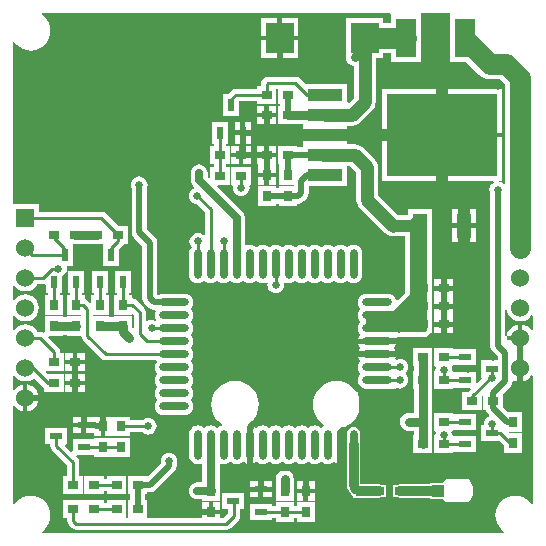
<source format=gtl>
%FSLAX25Y25*%
%MOIN*%
G70*
G01*
G75*
G04 Layer_Physical_Order=1*
G04 Layer_Color=255*
%ADD10C,0.02000*%
%ADD11C,0.03200*%
%ADD12C,0.03200*%
%ADD13R,0.03000X0.03500*%
%ADD14R,0.03500X0.03000*%
%ADD15R,0.02362X0.04299*%
%ADD16O,0.02756X0.09843*%
%ADD17O,0.09843X0.02756*%
%ADD18R,0.08661X0.04134*%
%ADD19R,0.04331X0.03937*%
%ADD20R,0.04299X0.02362*%
%ADD21R,0.04921X0.07874*%
%ADD22R,0.07087X0.12992*%
%ADD23R,0.11811X0.04213*%
%ADD24R,0.37008X0.27559*%
%ADD25R,0.09449X0.10236*%
%ADD26C,0.01000*%
%ADD27C,0.03000*%
%ADD28C,0.02500*%
%ADD29C,0.04000*%
%ADD30C,0.07000*%
%ADD31C,0.04200*%
%ADD32C,0.02800*%
%ADD33C,0.06000*%
%ADD34R,0.06000X0.06000*%
%ADD35C,0.02500*%
G36*
X166616Y75825D02*
X167069Y74731D01*
X167791Y73791D01*
X168731Y73069D01*
X169825Y72616D01*
X171000Y72461D01*
X172175Y72616D01*
X173269Y73069D01*
X174209Y73791D01*
X174755Y74501D01*
X175228Y74340D01*
Y69660D01*
X174755Y69499D01*
X174209Y70209D01*
X173269Y70931D01*
X172175Y71384D01*
X171750Y71440D01*
Y66999D01*
X171001D01*
Y66250D01*
X166560D01*
X166461Y67000D01*
X166548Y67659D01*
X166049Y67691D01*
Y76309D01*
X166548Y76341D01*
X166616Y75825D01*
D02*
G37*
G36*
X147457Y174996D02*
X147457D01*
Y159004D01*
X152864D01*
X157276Y154592D01*
X158320Y153791D01*
X159537Y153287D01*
X160842Y153115D01*
X164253D01*
X165957Y151411D01*
Y118493D01*
X165483Y118332D01*
X165461Y118361D01*
X164887Y118802D01*
X164218Y119079D01*
X163500Y119174D01*
X163622Y119295D01*
X164892D01*
Y133825D01*
X145638D01*
Y119295D01*
X162022D01*
X162120Y118805D01*
X162113Y118802D01*
X161539Y118361D01*
X161098Y117787D01*
X160821Y117118D01*
X160726Y116400D01*
X160821Y115682D01*
X160951Y115368D01*
Y64400D01*
X161145Y63424D01*
X161698Y62598D01*
X163451Y60844D01*
Y59441D01*
X157937D01*
Y54079D01*
X158042D01*
X158233Y53617D01*
X156612Y51995D01*
X156150Y52187D01*
Y55701D01*
X148850D01*
X148750Y55801D01*
Y56000D01*
X148449D01*
X148274Y56200D01*
X148179Y56918D01*
X148110Y57084D01*
X148388Y57500D01*
X148750D01*
Y57819D01*
X148850D01*
Y57819D01*
X156150D01*
Y63181D01*
X148850D01*
X148750Y63282D01*
Y63500D01*
X142250D01*
Y57500D01*
X142612D01*
X142890Y57084D01*
X142821Y56918D01*
X142726Y56200D01*
X142551Y56000D01*
X142250D01*
Y50000D01*
X148750D01*
Y50339D01*
X148850D01*
Y50339D01*
X154302D01*
X154493Y49877D01*
X153616Y49000D01*
X151750D01*
Y43000D01*
X158250D01*
Y47470D01*
X158666Y47748D01*
X158750Y47713D01*
Y43000D01*
X159570D01*
X159645Y42625D01*
X160198Y41798D01*
X160683Y41312D01*
X160585Y40822D01*
X160200Y40662D01*
X159625Y40221D01*
X159185Y39647D01*
X158907Y38978D01*
X158813Y38260D01*
X158533Y37941D01*
X157937D01*
Y32579D01*
X164037D01*
X165500Y31116D01*
Y28750D01*
X171500D01*
Y35250D01*
X167530D01*
X167252Y35666D01*
X167287Y35750D01*
X171500D01*
Y42250D01*
X166955D01*
X165250Y43955D01*
Y48345D01*
X167802Y50898D01*
X168355Y51724D01*
X168549Y52700D01*
X169622Y52700D01*
X169825Y52616D01*
X170250Y52560D01*
Y57001D01*
X171750D01*
Y52560D01*
X172175Y52616D01*
X173269Y53069D01*
X174209Y53791D01*
X174755Y54501D01*
X175228Y54340D01*
Y11636D01*
X174743Y11515D01*
X174742Y11516D01*
X173927Y12510D01*
X172934Y13325D01*
X171800Y13931D01*
X170570Y14304D01*
X169291Y14430D01*
X168012Y14304D01*
X166782Y13931D01*
X165649Y13325D01*
X164655Y12510D01*
X163840Y11516D01*
X163234Y10383D01*
X162861Y9153D01*
X162735Y7874D01*
X162861Y6595D01*
X163234Y5365D01*
X163840Y4232D01*
X164655Y3238D01*
X165649Y2423D01*
X165650Y2422D01*
X165529Y1937D01*
X11637D01*
X11515Y2422D01*
X11516Y2423D01*
X12510Y3238D01*
X13325Y4232D01*
X13931Y5365D01*
X14304Y6595D01*
X14430Y7874D01*
X14304Y9153D01*
X13931Y10383D01*
X13325Y11516D01*
X12510Y12510D01*
X11516Y13325D01*
X10383Y13931D01*
X9153Y14304D01*
X7874Y14430D01*
X6595Y14304D01*
X5365Y13931D01*
X4232Y13325D01*
X3238Y12510D01*
X2423Y11516D01*
X2422Y11515D01*
X1937Y11637D01*
Y44125D01*
X2411Y44286D01*
X2791Y43791D01*
X3731Y43069D01*
X4825Y42616D01*
X5250Y42560D01*
Y46999D01*
Y51440D01*
X4825Y51384D01*
X3731Y50931D01*
X2791Y50209D01*
X2411Y49714D01*
X1937Y49875D01*
Y54125D01*
X2411Y54286D01*
X2791Y53791D01*
X3731Y53069D01*
X4825Y52616D01*
X6000Y52461D01*
X7175Y52616D01*
X8269Y53069D01*
X8992Y53624D01*
X12058Y50558D01*
X12350Y50363D01*
Y49000D01*
X18850D01*
Y55000D01*
X13384D01*
X12846Y55538D01*
X13037Y56000D01*
X18850D01*
Y62000D01*
X17639D01*
Y62400D01*
X17484Y63180D01*
X17042Y63842D01*
X13596Y67288D01*
X13787Y67750D01*
X18500D01*
Y67974D01*
X20000D01*
Y67750D01*
X24638D01*
Y67618D01*
X24793Y66838D01*
X25235Y66176D01*
X31353Y60058D01*
X32015Y59616D01*
X32795Y59461D01*
X49664D01*
X49885Y59012D01*
X49585Y58621D01*
X49295Y57920D01*
X49196Y57169D01*
X49295Y56418D01*
X49585Y55718D01*
X50046Y55117D01*
Y54891D01*
X49585Y54290D01*
X49295Y53590D01*
X49196Y52839D01*
X49295Y52087D01*
X49585Y51387D01*
X50046Y50786D01*
Y50560D01*
X49585Y49959D01*
X49295Y49259D01*
X49196Y48508D01*
X49295Y47756D01*
X49585Y47056D01*
X50046Y46455D01*
Y46230D01*
X49585Y45628D01*
X49295Y44928D01*
X49196Y44177D01*
X49295Y43426D01*
X49585Y42726D01*
X50046Y42124D01*
X50647Y41663D01*
X51347Y41373D01*
X52099Y41274D01*
X59185D01*
X59936Y41373D01*
X60637Y41663D01*
X61238Y42124D01*
X61699Y42726D01*
X61989Y43426D01*
X62088Y44177D01*
X61989Y44928D01*
X61699Y45628D01*
X61238Y46230D01*
Y46455D01*
X61699Y47056D01*
X61989Y47756D01*
X62088Y48508D01*
X61989Y49259D01*
X61699Y49959D01*
X61238Y50560D01*
Y50786D01*
X61699Y51387D01*
X61989Y52087D01*
X62088Y52839D01*
X61989Y53590D01*
X61699Y54290D01*
X61238Y54891D01*
Y55117D01*
X61699Y55718D01*
X61989Y56418D01*
X62088Y57169D01*
X61989Y57920D01*
X61699Y58621D01*
X61238Y59222D01*
X61196Y59254D01*
Y59447D01*
X61657Y60049D01*
X61947Y60749D01*
X62046Y61500D01*
X61947Y62251D01*
X61657Y62951D01*
X61196Y63553D01*
Y63746D01*
X61238Y63778D01*
X61699Y64379D01*
X61989Y65079D01*
X62088Y65831D01*
X61989Y66582D01*
X61699Y67282D01*
X61238Y67883D01*
Y68109D01*
X61699Y68710D01*
X61989Y69410D01*
X62088Y70161D01*
X61989Y70913D01*
X61699Y71613D01*
X61238Y72214D01*
Y72439D01*
X61699Y73041D01*
X61989Y73741D01*
X62088Y74492D01*
X61989Y75243D01*
X61699Y75943D01*
X61238Y76545D01*
Y76770D01*
X61699Y77371D01*
X61989Y78071D01*
X62088Y78823D01*
X61989Y79574D01*
X61699Y80274D01*
X61238Y80875D01*
X60637Y81337D01*
X59936Y81627D01*
X59185Y81726D01*
X52099D01*
X51347Y81627D01*
X50732Y81372D01*
X50079D01*
X50049Y81402D01*
Y98700D01*
X49855Y99676D01*
X49302Y100502D01*
X49302Y100502D01*
X49302D01*
X49302Y100502D01*
Y100502D01*
X46549Y103256D01*
Y116968D01*
X46679Y117282D01*
X46774Y118000D01*
X46679Y118718D01*
X46402Y119387D01*
X45961Y119961D01*
X45387Y120402D01*
X44718Y120679D01*
X44000Y120774D01*
X43282Y120679D01*
X42613Y120402D01*
X42039Y119961D01*
X41598Y119387D01*
X41321Y118718D01*
X41226Y118000D01*
X41321Y117282D01*
X41451Y116968D01*
Y102200D01*
X41451Y102200D01*
X41451D01*
X41645Y101225D01*
X42198Y100398D01*
X44951Y97644D01*
Y80346D01*
X44951Y80346D01*
X44951D01*
X45145Y79371D01*
X45698Y78544D01*
X47221Y77020D01*
X48048Y76468D01*
X49024Y76274D01*
X49272D01*
X49549Y75858D01*
X49295Y75243D01*
X49196Y74492D01*
X49295Y73741D01*
X49585Y73041D01*
X49161Y72716D01*
X48860Y72841D01*
X48142Y72935D01*
X47424Y72841D01*
X46755Y72563D01*
X46665Y72494D01*
X46216Y72716D01*
Y75618D01*
X46061Y76398D01*
X45619Y77060D01*
X43137Y79542D01*
X42476Y79984D01*
X41695Y80139D01*
X41500D01*
Y81250D01*
X40539D01*
Y81850D01*
X41161D01*
Y89150D01*
X35799D01*
Y81850D01*
X36461D01*
Y81250D01*
X35500D01*
Y74750D01*
X41500D01*
Y74758D01*
X41722Y74850D01*
X42138Y74572D01*
Y70294D01*
X41942Y70213D01*
X41526Y70491D01*
Y71000D01*
X41500Y71197D01*
Y74250D01*
X35500D01*
Y74026D01*
X34000D01*
Y74250D01*
X28716D01*
Y74750D01*
X34000D01*
Y81250D01*
X33039D01*
Y81850D01*
X33681D01*
Y89150D01*
X28319D01*
Y81850D01*
X28961D01*
Y81250D01*
X28000D01*
Y78832D01*
X27538Y78641D01*
X26657Y79522D01*
X26000Y79961D01*
Y81250D01*
X25039D01*
Y81850D01*
X25661D01*
Y89150D01*
X20299D01*
Y81850D01*
X20961D01*
Y81250D01*
X20000D01*
Y74750D01*
X24638D01*
Y74250D01*
X20000D01*
Y74026D01*
X18500D01*
Y74250D01*
X12500D01*
Y71197D01*
X12474Y71000D01*
X12500Y70803D01*
Y68933D01*
X12059Y68698D01*
X11780Y68884D01*
X11000Y69039D01*
X10026D01*
X9931Y69269D01*
X9209Y70209D01*
X8269Y70931D01*
X7175Y71384D01*
X6000Y71539D01*
X4825Y71384D01*
X3731Y70931D01*
X2791Y70209D01*
X2411Y69714D01*
X1937Y69875D01*
Y74125D01*
X2411Y74286D01*
X2791Y73791D01*
X3731Y73069D01*
X4825Y72616D01*
X6000Y72461D01*
X7175Y72616D01*
X8269Y73069D01*
X9209Y73791D01*
X9931Y74731D01*
X10384Y75825D01*
X10539Y77000D01*
X10384Y78175D01*
X9931Y79269D01*
X9209Y80209D01*
X8269Y80931D01*
X7175Y81384D01*
X6000Y81539D01*
X4825Y81384D01*
X3731Y80931D01*
X2791Y80209D01*
X2411Y79714D01*
X1937Y79875D01*
Y84125D01*
X2411Y84286D01*
X2791Y83791D01*
X3731Y83069D01*
X4825Y82616D01*
X6000Y82461D01*
X7175Y82616D01*
X8269Y83069D01*
X9209Y83791D01*
X9931Y84731D01*
X10026Y84961D01*
X12000D01*
X12432Y85047D01*
X12819Y84730D01*
Y81850D01*
X13461D01*
Y81250D01*
X12500D01*
Y74750D01*
X18500D01*
Y81250D01*
X17539D01*
Y81850D01*
X18181D01*
Y87571D01*
X18487Y87698D01*
X19061Y88139D01*
X19502Y88713D01*
X19779Y89382D01*
X19874Y90100D01*
X19779Y90818D01*
X19859Y90937D01*
X21921D01*
Y98236D01*
X22085Y98400D01*
X22303D01*
X22500Y98374D01*
X30000D01*
X30197Y98400D01*
X32059D01*
Y98236D01*
X32059D01*
Y90937D01*
X37421D01*
Y96737D01*
X38442Y97758D01*
X38871Y98400D01*
X40250D01*
Y104400D01*
X36884D01*
X32842Y108442D01*
X32180Y108884D01*
X31400Y109039D01*
X10500D01*
Y111500D01*
X1937D01*
Y165529D01*
X2422Y165650D01*
X2423Y165649D01*
X3238Y164655D01*
X4232Y163840D01*
X5365Y163234D01*
X6595Y162861D01*
X7874Y162735D01*
X9153Y162861D01*
X10383Y163234D01*
X11516Y163840D01*
X12510Y164655D01*
X13325Y165649D01*
X13931Y166782D01*
X14304Y168012D01*
X14430Y169291D01*
X14304Y170570D01*
X13931Y171800D01*
X13325Y172934D01*
X12510Y173927D01*
X11516Y174742D01*
X11515Y174743D01*
X11637Y175228D01*
X127418D01*
X127772Y174874D01*
Y172043D01*
X125398D01*
Y173618D01*
X112949D01*
Y160382D01*
X112990D01*
X113077Y159717D01*
X113380Y158987D01*
X113860Y158360D01*
X114487Y157879D01*
X115217Y157577D01*
X115542Y157534D01*
Y146984D01*
X113867Y145309D01*
X113406Y145501D01*
Y151606D01*
X99278D01*
X97442Y153442D01*
X96780Y153884D01*
X96000Y154039D01*
X87000D01*
X87000Y154039D01*
X86220Y153884D01*
X85558Y153442D01*
X85058Y152942D01*
X84616Y152280D01*
X84461Y151500D01*
Y151000D01*
X83250D01*
Y150026D01*
X76177D01*
X75397Y149871D01*
X75132Y149694D01*
X74735Y149428D01*
X74735Y149428D01*
X73443Y148136D01*
X72059D01*
Y140837D01*
X77421D01*
Y145947D01*
X83250D01*
Y145000D01*
X89750D01*
Y149961D01*
X90250D01*
Y145000D01*
X90951D01*
Y144307D01*
X90250D01*
Y138307D01*
X93303D01*
X93500Y138281D01*
X98594D01*
Y137701D01*
Y135364D01*
X113406D01*
Y137676D01*
X115000D01*
X115940Y137800D01*
X116815Y138162D01*
X117568Y138740D01*
X121741Y142913D01*
X121741Y142913D01*
X122318Y143665D01*
X122468Y144027D01*
X122680Y144540D01*
X122804Y145480D01*
X122804Y145480D01*
Y160382D01*
X125398D01*
Y161957D01*
X127772D01*
Y159004D01*
X137858D01*
Y174874D01*
X137858Y174874D01*
X137858Y174996D01*
X138090Y175228D01*
X147457D01*
Y174996D01*
D02*
G37*
%LPC*%
G36*
X10440Y46250D02*
X6750D01*
Y42560D01*
X7175Y42616D01*
X8269Y43069D01*
X9209Y43791D01*
X9931Y44731D01*
X10384Y45825D01*
X10440Y46250D01*
D02*
G37*
G36*
X6750Y51440D02*
Y47750D01*
X10440D01*
X10384Y48175D01*
X9931Y49269D01*
X9209Y50209D01*
X8269Y50931D01*
X7175Y51384D01*
X6750Y51440D01*
D02*
G37*
G36*
X25850Y51250D02*
X23350D01*
Y49000D01*
X25850D01*
Y51250D01*
D02*
G37*
G36*
X21850D02*
X19350D01*
Y49000D01*
X21850D01*
Y51250D01*
D02*
G37*
G36*
X24750Y40661D02*
X21850D01*
Y38730D01*
X24750D01*
Y40661D01*
D02*
G37*
G36*
Y37230D02*
X21850D01*
Y35299D01*
X24750D01*
Y37230D01*
D02*
G37*
G36*
X41000Y40750D02*
X32750D01*
Y37499D01*
Y34250D01*
X41000D01*
Y35461D01*
X45140D01*
X45613Y35098D01*
X46282Y34821D01*
X47000Y34726D01*
X47718Y34821D01*
X48387Y35098D01*
X48961Y35539D01*
X49402Y36113D01*
X49679Y36782D01*
X49774Y37500D01*
X49679Y38218D01*
X49402Y38887D01*
X48961Y39461D01*
X48387Y39902D01*
X47718Y40179D01*
X47000Y40274D01*
X46282Y40179D01*
X45613Y39902D01*
X45140Y39539D01*
X41000D01*
Y40750D01*
D02*
G37*
G36*
X109780Y52658D02*
X108241Y52506D01*
X106761Y52057D01*
X105398Y51329D01*
X104202Y50348D01*
X103221Y49152D01*
X102492Y47789D01*
X102044Y46309D01*
X101892Y44770D01*
X102044Y43231D01*
X102492Y41751D01*
X103221Y40388D01*
X104202Y39192D01*
X105398Y38211D01*
X105685Y38058D01*
X105660Y37559D01*
X105371Y37439D01*
X104770Y36978D01*
X104545D01*
X103944Y37439D01*
X103244Y37729D01*
X102492Y37828D01*
X101741Y37729D01*
X101041Y37439D01*
X100440Y36978D01*
X100214D01*
X99613Y37439D01*
X98913Y37729D01*
X98161Y37828D01*
X97410Y37729D01*
X96710Y37439D01*
X96109Y36978D01*
X95883D01*
X95282Y37439D01*
X94582Y37729D01*
X93831Y37828D01*
X93079Y37729D01*
X92379Y37439D01*
X91778Y36978D01*
X91553D01*
X90951Y37439D01*
X90251Y37729D01*
X89500Y37828D01*
X88749Y37729D01*
X88049Y37439D01*
X87447Y36978D01*
X87222D01*
X86621Y37439D01*
X85921Y37729D01*
X85169Y37828D01*
X84418Y37729D01*
X83718Y37439D01*
X83117Y36978D01*
X82891D01*
X82290Y37439D01*
X81590Y37729D01*
X81589Y37729D01*
Y31381D01*
Y25034D01*
X81590Y25035D01*
X82290Y25325D01*
X82891Y25786D01*
X83117D01*
X83718Y25325D01*
X84418Y25035D01*
X85169Y24936D01*
X85921Y25035D01*
X86621Y25325D01*
X87222Y25786D01*
X87447D01*
X88049Y25325D01*
X88749Y25035D01*
X89500Y24936D01*
X90251Y25035D01*
X90951Y25325D01*
X91553Y25786D01*
X91778D01*
X92379Y25325D01*
X93079Y25035D01*
X93831Y24936D01*
X94582Y25035D01*
X95282Y25325D01*
X95883Y25786D01*
X96109D01*
X96710Y25325D01*
X97410Y25035D01*
X98161Y24936D01*
X98913Y25035D01*
X99613Y25325D01*
X100214Y25786D01*
X100440D01*
X101041Y25325D01*
X101741Y25035D01*
X102492Y24936D01*
X103244Y25035D01*
X103944Y25325D01*
X104545Y25786D01*
X104770D01*
X105371Y25325D01*
X106071Y25035D01*
X106823Y24936D01*
X107574Y25035D01*
X108274Y25325D01*
X108875Y25786D01*
X109101D01*
X109702Y25325D01*
X109800Y25284D01*
Y29800D01*
Y35800D01*
X111300Y37300D01*
X112786D01*
X112768Y37314D01*
X112799Y37483D01*
X114162Y38211D01*
X116339Y40388D01*
X117068Y41751D01*
X117187Y42144D01*
X117301Y42165D01*
Y47758D01*
X117077D01*
X117068Y47789D01*
X116987Y47940D01*
X116912Y48508D01*
X116973Y48974D01*
X116482Y48885D01*
X116339Y49152D01*
X115358Y50348D01*
X114162Y51329D01*
X112799Y52057D01*
X111319Y52506D01*
X109780Y52658D01*
D02*
G37*
G36*
X75920D02*
X74381Y52506D01*
X72901Y52057D01*
X71538Y51329D01*
X70342Y50348D01*
X69361Y49152D01*
X68633Y47789D01*
X68184Y46309D01*
X68032Y44770D01*
X68184Y43231D01*
X68633Y41751D01*
X69361Y40388D01*
X70342Y39192D01*
X71538Y38211D01*
D01*
X71538Y38211D01*
D01*
X71438Y37731D01*
X71426Y37729D01*
X70726Y37439D01*
X70125Y36978D01*
X69899D01*
X69298Y37439D01*
X68598Y37729D01*
X67846Y37828D01*
X67095Y37729D01*
X66395Y37439D01*
X65794Y36978D01*
X65568D01*
X64967Y37439D01*
X64267Y37729D01*
X63516Y37828D01*
X62765Y37729D01*
X62064Y37439D01*
X61463Y36978D01*
X61002Y36377D01*
X60712Y35676D01*
X60613Y34925D01*
Y27839D01*
X60712Y27087D01*
X61002Y26387D01*
X61463Y25786D01*
X62064Y25325D01*
X62765Y25035D01*
X63516Y24936D01*
X64267Y25035D01*
X64506Y25133D01*
X64921Y24856D01*
Y18774D01*
X63346D01*
X62629Y18679D01*
X61960Y18402D01*
X61385Y17961D01*
X60944Y17387D01*
X60667Y16718D01*
X60573Y16000D01*
X60667Y15282D01*
X60944Y14613D01*
X61385Y14039D01*
X61960Y13598D01*
X62629Y13321D01*
X63346Y13226D01*
X65000D01*
Y12750D01*
X71000D01*
Y15803D01*
X71026Y16000D01*
X71000Y16197D01*
Y19250D01*
X70771D01*
Y24856D01*
X71187Y25133D01*
X71426Y25035D01*
X72177Y24936D01*
X72929Y25035D01*
X73629Y25325D01*
X74230Y25786D01*
X74455D01*
X75056Y25325D01*
X75757Y25035D01*
X76508Y24936D01*
X77259Y25035D01*
X77959Y25325D01*
X78560Y25786D01*
X78786D01*
X79387Y25325D01*
X80087Y25035D01*
X80089Y25034D01*
Y31381D01*
Y37729D01*
X80546Y37790D01*
X80347Y38248D01*
X81498Y39192D01*
X82479Y40388D01*
X83207Y41751D01*
X83656Y43231D01*
X83808Y44770D01*
X83656Y46309D01*
X83207Y47789D01*
X82479Y49152D01*
X81498Y50348D01*
X80302Y51329D01*
X78939Y52057D01*
X77459Y52506D01*
X75920Y52658D01*
D02*
G37*
G36*
X25850Y62000D02*
X23350D01*
Y59750D01*
X25850D01*
Y62000D01*
D02*
G37*
G36*
X21850D02*
X19350D01*
Y59750D01*
X21850D01*
Y62000D01*
D02*
G37*
G36*
X170250Y71440D02*
X169825Y71384D01*
X168731Y70931D01*
X167791Y70209D01*
X167069Y69269D01*
X166616Y68175D01*
X166560Y67750D01*
X170250D01*
Y71440D01*
D02*
G37*
G36*
X129706Y65081D02*
X117011D01*
X117011Y65079D01*
X117301Y64379D01*
X117762Y63778D01*
Y63553D01*
X117301Y62951D01*
X117011Y62251D01*
X117011Y62250D01*
X129706D01*
X129705Y62251D01*
X129415Y62951D01*
X128954Y63553D01*
Y63778D01*
X129415Y64379D01*
X129705Y65079D01*
X129706Y65081D01*
D02*
G37*
G36*
X25850Y58250D02*
X23350D01*
Y56000D01*
X25850D01*
Y58250D01*
D02*
G37*
G36*
X21850Y55000D02*
X19350D01*
Y52750D01*
X21850D01*
Y55000D01*
D02*
G37*
G36*
X129706Y60750D02*
X117011D01*
X117011Y60749D01*
X117301Y60049D01*
X117762Y59447D01*
Y59222D01*
X117301Y58621D01*
X117011Y57920D01*
X116912Y57169D01*
X117011Y56418D01*
X117301Y55718D01*
X117762Y55117D01*
Y54891D01*
X117301Y54290D01*
X117011Y53590D01*
X116912Y52839D01*
X117011Y52087D01*
X117301Y51387D01*
X117762Y50786D01*
Y50560D01*
X117301Y49959D01*
X117011Y49259D01*
X117011Y49258D01*
X117301D01*
Y49876D01*
X117360Y49900D01*
X117360D01*
Y49900D01*
X129440D01*
X129415Y49959D01*
X129415Y49959D01*
X129839Y50284D01*
X130140Y50159D01*
X130858Y50065D01*
X131576Y50159D01*
X132245Y50437D01*
X132819Y50877D01*
X133260Y51452D01*
X133537Y52121D01*
X133632Y52839D01*
X133537Y53557D01*
X133260Y54225D01*
X132819Y54800D01*
Y55208D01*
X133260Y55782D01*
X133537Y56451D01*
X133632Y57169D01*
X133537Y57887D01*
X133260Y58556D01*
X132819Y59131D01*
X132245Y59571D01*
X131576Y59848D01*
X130858Y59943D01*
X130140Y59848D01*
X129839Y59724D01*
X129415Y60049D01*
X129705Y60749D01*
X129706Y60750D01*
D02*
G37*
G36*
X21850Y58250D02*
X19350D01*
Y56000D01*
X21850D01*
Y58250D01*
D02*
G37*
G36*
X25850Y55000D02*
X23350D01*
Y52750D01*
X25850D01*
Y55000D01*
D02*
G37*
G36*
X31250Y40750D02*
X29000D01*
Y40661D01*
X26250D01*
Y37979D01*
Y35299D01*
X29000D01*
Y34250D01*
X31250D01*
Y37499D01*
Y40750D01*
D02*
G37*
G36*
X115484Y37425D02*
X114626Y37254D01*
X113898Y36768D01*
X113412Y36040D01*
X113241Y35182D01*
Y27582D01*
X113241Y27582D01*
Y18016D01*
X113261Y17916D01*
X113393Y16915D01*
X113818Y15890D01*
X114493Y15009D01*
X115374Y14333D01*
X115400Y14323D01*
Y13650D01*
X119600D01*
Y13757D01*
X124000D01*
X124719Y13900D01*
X126350D01*
Y18100D01*
X124719D01*
X124000Y18243D01*
X119600D01*
Y18350D01*
X117727D01*
Y31382D01*
X117727Y31382D01*
Y35182D01*
X117557Y36040D01*
X117070Y36768D01*
X116343Y37254D01*
X115484Y37425D01*
D02*
G37*
G36*
X102500Y15250D02*
X100250D01*
Y12750D01*
X102500D01*
Y15250D01*
D02*
G37*
G36*
X88150Y15730D02*
X85250D01*
Y13799D01*
X88150D01*
Y15730D01*
D02*
G37*
G36*
X83750D02*
X80850D01*
Y13799D01*
X83750D01*
Y15730D01*
D02*
G37*
G36*
X98750Y15250D02*
X96500D01*
Y12750D01*
X98750D01*
Y15250D01*
D02*
G37*
G36*
X71000Y12250D02*
X68750D01*
Y9750D01*
X71000D01*
Y12250D01*
D02*
G37*
G36*
X67250D02*
X65000D01*
Y9750D01*
X67250D01*
Y12250D01*
D02*
G37*
G36*
X92500Y23026D02*
X91717Y22923D01*
X90987Y22621D01*
X90360Y22140D01*
X89880Y21513D01*
X89577Y20783D01*
X89474Y20000D01*
Y16000D01*
X89500Y15803D01*
Y12750D01*
X95500D01*
Y15803D01*
X95526Y16000D01*
Y20000D01*
X95423Y20783D01*
X95121Y21513D01*
X94640Y22140D01*
X94013Y22621D01*
X93283Y22923D01*
X92500Y23026D01*
D02*
G37*
G36*
X102500Y12250D02*
X96500D01*
Y11039D01*
X95500D01*
Y12250D01*
X89500D01*
Y11039D01*
X88150D01*
Y11681D01*
X80850D01*
Y6319D01*
X88150D01*
Y6961D01*
X89500D01*
Y5750D01*
X95500D01*
Y6961D01*
X96500D01*
Y5750D01*
X102500D01*
Y12250D01*
D02*
G37*
G36*
X98750Y19250D02*
X96500D01*
Y16750D01*
X98750D01*
Y19250D01*
D02*
G37*
G36*
X20063Y36921D02*
X12764D01*
Y31559D01*
X14374D01*
Y31087D01*
X14374Y31087D01*
X14374D01*
X14529Y30306D01*
X14972Y29645D01*
X19961Y24655D01*
Y21000D01*
X18750D01*
Y15000D01*
X25250D01*
Y21000D01*
X24039D01*
Y25500D01*
X23884Y26280D01*
X23442Y26942D01*
X23027Y27357D01*
X23218Y27819D01*
X29000D01*
Y27250D01*
X41000D01*
Y33750D01*
X29000D01*
Y33181D01*
X21850D01*
Y29187D01*
X21388Y28995D01*
X19287Y31097D01*
X19478Y31559D01*
X20063D01*
Y36921D01*
D02*
G37*
G36*
X53900Y28674D02*
X53182Y28579D01*
X52513Y28302D01*
X51939Y27861D01*
X51498Y27287D01*
X51221Y26618D01*
X51126Y25900D01*
X51204Y25309D01*
X46853Y20957D01*
X46750Y21000D01*
Y21000D01*
X46750Y21000D01*
X40250D01*
Y15000D01*
X40951D01*
Y13000D01*
X40250D01*
Y7039D01*
X39750D01*
Y13000D01*
X33250D01*
Y12039D01*
X32250D01*
Y13000D01*
X25750D01*
Y7039D01*
X25250D01*
Y13000D01*
X18750D01*
Y7000D01*
X19961D01*
Y6000D01*
X19961Y6000D01*
X19961D01*
X20116Y5220D01*
X20558Y4558D01*
X21558Y3558D01*
X22220Y3116D01*
X23000Y2961D01*
X73000D01*
X73780Y3116D01*
X74442Y3558D01*
X77155Y6272D01*
X77597Y6933D01*
X77753Y7713D01*
D01*
D01*
D01*
D01*
D01*
X77753D01*
D01*
D01*
D01*
D01*
Y7713D01*
X77753D01*
D01*
Y7713D01*
D01*
D01*
D01*
D01*
D01*
D01*
D01*
D01*
D01*
D01*
D01*
D01*
Y7713D01*
D01*
X77753D01*
D01*
D01*
D01*
D01*
X77753Y7713D01*
Y10059D01*
X79063D01*
Y15421D01*
X71764D01*
Y10059D01*
X73674D01*
Y8558D01*
X72155Y7039D01*
X71000D01*
Y8250D01*
X65000D01*
Y7039D01*
X46750D01*
Y13000D01*
X46049D01*
Y15000D01*
X46750D01*
Y15451D01*
X47500D01*
X48476Y15645D01*
X49302Y16198D01*
Y16198D01*
X49302D01*
D01*
D01*
D01*
D01*
D01*
D01*
X49302D01*
D01*
X49302D01*
Y16198D01*
D01*
D01*
D01*
D01*
Y16198D01*
D01*
D01*
D01*
D01*
D01*
D01*
Y16198D01*
D01*
D01*
X49302D01*
D01*
D01*
D01*
X55702Y22598D01*
X56255Y23425D01*
X56449Y24400D01*
D01*
D01*
D01*
D01*
D01*
D01*
X56449D01*
D01*
D01*
D01*
Y24400D01*
X56449Y24400D01*
D01*
D01*
D01*
D01*
D01*
D01*
D01*
D01*
D01*
D01*
D01*
Y24446D01*
X56449Y24868D01*
X56579Y25182D01*
X56674Y25900D01*
X56579Y26618D01*
X56302Y27287D01*
X55861Y27861D01*
X55287Y28302D01*
X54618Y28579D01*
X53900Y28674D01*
D02*
G37*
G36*
X148750Y42000D02*
X142250D01*
Y36000D01*
X142630D01*
X142907Y35584D01*
X142821Y35375D01*
X142726Y34657D01*
X142588Y34500D01*
X142250D01*
Y28500D01*
X148750D01*
Y28839D01*
X148850D01*
Y28839D01*
X156150D01*
Y34201D01*
X148850D01*
D01*
X148850D01*
X148750Y34301D01*
Y34500D01*
X148412D01*
X148274Y34657D01*
X148179Y35375D01*
X148093Y35584D01*
X148370Y36000D01*
X148750D01*
Y36319D01*
X148850D01*
Y36319D01*
X156150D01*
Y41681D01*
X148850D01*
D01*
X148850D01*
X148750Y41782D01*
Y42000D01*
D02*
G37*
G36*
X138500Y63526D02*
X138303Y63500D01*
X135250D01*
Y57500D01*
X135474D01*
Y56000D01*
X135250D01*
Y50000D01*
X135474D01*
Y42026D01*
X134000D01*
X133217Y41923D01*
X132487Y41620D01*
X131860Y41140D01*
X131379Y40513D01*
X131077Y39783D01*
X130974Y39000D01*
X131077Y38217D01*
X131379Y37487D01*
X131860Y36860D01*
X132487Y36380D01*
X133217Y36077D01*
X134000Y35974D01*
X135474D01*
Y34500D01*
X135250D01*
Y28500D01*
X138303D01*
X138500Y28474D01*
X138697Y28500D01*
X141750D01*
Y34500D01*
X141526D01*
Y36000D01*
X141750D01*
Y42000D01*
X141526D01*
Y50000D01*
X141750D01*
Y56000D01*
X141526D01*
Y57500D01*
X141750D01*
Y63500D01*
X138697D01*
X138500Y63526D01*
D02*
G37*
G36*
X39750Y21000D02*
X33250D01*
Y20039D01*
X32250D01*
Y21000D01*
X25750D01*
Y15000D01*
X32250D01*
Y15961D01*
X33250D01*
Y15000D01*
X39750D01*
Y21000D01*
D02*
G37*
G36*
X83750Y19161D02*
X80850D01*
Y17230D01*
X83750D01*
Y19161D01*
D02*
G37*
G36*
X102500Y19250D02*
X100250D01*
Y16750D01*
X102500D01*
Y19250D01*
D02*
G37*
G36*
X150000Y21396D02*
X148603Y21212D01*
X147302Y20673D01*
X146184Y19816D01*
X145327Y18698D01*
X145273Y18568D01*
X140935D01*
Y18243D01*
X139600D01*
Y18350D01*
X135400D01*
Y18243D01*
X131000D01*
X130281Y18100D01*
X128650D01*
Y13900D01*
X130281D01*
X131000Y13757D01*
X135400D01*
Y13650D01*
X139600D01*
Y13757D01*
X140935D01*
Y13431D01*
X145273D01*
X145327Y13302D01*
X146184Y12184D01*
X147302Y11327D01*
X148603Y10788D01*
X150000Y10604D01*
X151397Y10788D01*
X152698Y11327D01*
X153816Y12184D01*
X154673Y13302D01*
X155212Y14603D01*
X155396Y16000D01*
X155212Y17397D01*
X154673Y18698D01*
X153816Y19816D01*
X152698Y20673D01*
X151397Y21212D01*
X150000Y21396D01*
D02*
G37*
G36*
X88150Y19161D02*
X85250D01*
Y17230D01*
X88150D01*
Y19161D01*
D02*
G37*
G36*
X81161Y134650D02*
X79230D01*
Y131750D01*
X81161D01*
Y134650D01*
D02*
G37*
G36*
X77730D02*
X75799D01*
Y131750D01*
X77730D01*
Y134650D01*
D02*
G37*
G36*
X164892Y149854D02*
X145638D01*
Y135325D01*
X164892D01*
Y149854D01*
D02*
G37*
G36*
X144138D02*
X124884D01*
Y135325D01*
X144138D01*
Y149854D01*
D02*
G37*
G36*
X113406Y133864D02*
X98594D01*
Y131008D01*
Y130470D01*
X96750D01*
Y130921D01*
X90250D01*
Y124921D01*
X90500D01*
Y124557D01*
X90500D01*
Y118057D01*
X95451D01*
Y117557D01*
X90500D01*
Y116856D01*
X89500D01*
Y117557D01*
X83500D01*
Y111057D01*
X89500D01*
Y111758D01*
X90500D01*
Y111057D01*
X96500D01*
Y111758D01*
X97000D01*
X97975Y111952D01*
X98802Y112505D01*
X99802Y113505D01*
X100355Y114331D01*
X100549Y115307D01*
Y117622D01*
X113406D01*
Y124290D01*
X114375D01*
X116369Y122296D01*
Y113000D01*
X116493Y112060D01*
X116855Y111185D01*
X117432Y110433D01*
X117432Y110432D01*
X117432Y110432D01*
Y110432D01*
X126032Y101832D01*
X126784Y101256D01*
X127660Y100893D01*
X128600Y100769D01*
X129366Y100870D01*
X132729D01*
Y89761D01*
Y82095D01*
X131877Y81243D01*
X130171Y79537D01*
X129680Y79634D01*
X129415Y80274D01*
X128954Y80875D01*
X128353Y81337D01*
X127653Y81627D01*
X126901Y81726D01*
X119815D01*
X119064Y81627D01*
X118363Y81337D01*
X117762Y80875D01*
X117301Y80274D01*
X117011Y79574D01*
X116912Y78823D01*
X117011Y78071D01*
X117301Y77371D01*
X117762Y76770D01*
Y76545D01*
X117301Y75943D01*
X117011Y75243D01*
X116912Y74492D01*
X117011Y73741D01*
X117301Y73041D01*
X117762Y72439D01*
Y72214D01*
X117301Y71613D01*
X117011Y70913D01*
X116912Y70161D01*
X117011Y69410D01*
X117301Y68710D01*
X117762Y68109D01*
Y67883D01*
X117301Y67282D01*
X117011Y66582D01*
X117011Y66581D01*
X129706D01*
X129705Y66582D01*
X129592Y66855D01*
X129870Y67271D01*
X129928D01*
X130558Y67188D01*
X131188Y67271D01*
X139097D01*
X139682Y67387D01*
X140178Y67719D01*
X140240Y67780D01*
X140960Y68500D01*
X141750D01*
Y74500D01*
D01*
Y74500D01*
X141750Y74500D01*
Y74500D01*
X141750D01*
X141750D01*
Y80500D01*
Y86500D01*
X141588D01*
Y107061D01*
X141579Y107106D01*
Y109837D01*
X133657D01*
Y107930D01*
X130205D01*
X123631Y114504D01*
Y123800D01*
X123631Y123800D01*
X123507Y124740D01*
X123251Y125359D01*
X123145Y125616D01*
X122568Y126368D01*
X122567Y126368D01*
X118446Y130489D01*
X117694Y131066D01*
X116819Y131429D01*
X115879Y131552D01*
X113406D01*
Y133864D01*
D02*
G37*
G36*
X81250Y130900D02*
X78750D01*
Y128650D01*
X81250D01*
Y130900D01*
D02*
G37*
G36*
X77250D02*
X74750D01*
Y128650D01*
X77250D01*
Y130900D01*
D02*
G37*
G36*
X89750Y130921D02*
X87250D01*
Y128671D01*
X89750D01*
Y130921D01*
D02*
G37*
G36*
X85750D02*
X83250D01*
Y128671D01*
X85750D01*
Y130921D01*
D02*
G37*
G36*
X77730Y139050D02*
X75799D01*
Y136150D01*
X77730D01*
Y139050D01*
D02*
G37*
G36*
X97051Y166250D02*
X91577D01*
Y160382D01*
X97051D01*
Y166250D01*
D02*
G37*
G36*
X90077D02*
X84602D01*
Y160382D01*
X90077D01*
Y166250D01*
D02*
G37*
G36*
X97051Y173618D02*
X91577D01*
Y167750D01*
X97051D01*
Y173618D01*
D02*
G37*
G36*
X90077D02*
X84602D01*
Y167750D01*
X90077D01*
Y173618D01*
D02*
G37*
G36*
X89750Y144307D02*
X87250D01*
Y142057D01*
X89750D01*
Y144307D01*
D02*
G37*
G36*
X85750Y140557D02*
X83250D01*
Y138307D01*
X85750D01*
Y140557D01*
D02*
G37*
G36*
X81161Y139050D02*
X79230D01*
Y136150D01*
X81161D01*
Y139050D01*
D02*
G37*
G36*
X85750Y144307D02*
X83250D01*
Y142057D01*
X85750D01*
Y144307D01*
D02*
G37*
G36*
X89750Y140557D02*
X87250D01*
Y138307D01*
X89750D01*
Y140557D01*
D02*
G37*
G36*
X151632Y103650D02*
X148421D01*
Y98963D01*
X151632D01*
Y103650D01*
D02*
G37*
G36*
X148750Y86500D02*
X146250D01*
Y84250D01*
X148750D01*
Y86500D01*
D02*
G37*
G36*
X151632Y109837D02*
X148421D01*
Y105150D01*
X151632D01*
Y109837D01*
D02*
G37*
G36*
X156342Y103650D02*
X153132D01*
Y98963D01*
X156342D01*
Y103650D01*
D02*
G37*
G36*
X144750Y86500D02*
X142250D01*
Y84250D01*
X144750D01*
Y86500D01*
D02*
G37*
G36*
X148750Y70750D02*
X146250D01*
Y68500D01*
X148750D01*
Y70750D01*
D02*
G37*
G36*
X144750D02*
X142250D01*
Y68500D01*
X144750D01*
Y70750D01*
D02*
G37*
G36*
X148750Y82750D02*
X142250D01*
Y80500D01*
Y78250D01*
X148750D01*
Y80500D01*
Y82750D01*
D02*
G37*
G36*
Y76750D02*
X142250D01*
Y74854D01*
X142250Y74854D01*
X142250D01*
X142250Y74500D01*
X142250Y74500D01*
X142250D01*
D01*
Y72250D01*
X148750D01*
Y74146D01*
X148750D01*
D01*
D01*
Y74146D01*
D01*
Y74274D01*
Y74500D01*
X148750D01*
D01*
D01*
Y74500D01*
D01*
D01*
D01*
Y74500D01*
D01*
D01*
D01*
D01*
D01*
D01*
D01*
D01*
D01*
X148750Y74752D01*
X148750Y74854D01*
X148750D01*
D01*
Y74854D01*
X148750D01*
D01*
Y76750D01*
D02*
G37*
G36*
X89750Y127171D02*
X83250D01*
Y124921D01*
X83500D01*
Y124557D01*
X83500D01*
Y122057D01*
X89500D01*
Y124557D01*
X89500D01*
Y124671D01*
X89750Y124921D01*
X89750D01*
Y127171D01*
D02*
G37*
G36*
X73681Y139050D02*
X68319D01*
Y131750D01*
X68961D01*
Y130900D01*
X67750D01*
Y124900D01*
X68961D01*
Y123900D01*
X67750D01*
Y120326D01*
X67288Y120135D01*
X66774Y120649D01*
Y122000D01*
X66679Y122718D01*
X66402Y123387D01*
X65961Y123961D01*
X65387Y124402D01*
X64718Y124679D01*
X64000Y124774D01*
X63282Y124679D01*
X62613Y124402D01*
X62039Y123961D01*
X61598Y123387D01*
X61321Y122718D01*
X61226Y122000D01*
Y119500D01*
X61321Y118782D01*
X61483Y118390D01*
X61598Y118113D01*
X62039Y117539D01*
X62289Y117288D01*
X62191Y116798D01*
X61959Y116702D01*
X61385Y116261D01*
X60944Y115687D01*
X60667Y115018D01*
X60573Y114300D01*
X60667Y113582D01*
X60944Y112913D01*
X61385Y112339D01*
X61959Y111898D01*
X62629Y111621D01*
X63220Y111543D01*
X65807Y108955D01*
Y101391D01*
X65359Y101170D01*
X64903Y101520D01*
X64234Y101797D01*
X63516Y101892D01*
X62798Y101797D01*
X62129Y101520D01*
X61554Y101079D01*
X61114Y100505D01*
X60837Y99836D01*
X60742Y99118D01*
X60837Y98400D01*
X61114Y97731D01*
X61477Y97258D01*
Y97258D01*
X61463Y97214D01*
X61002Y96613D01*
X60712Y95913D01*
X60613Y95161D01*
Y88075D01*
X60712Y87323D01*
X61002Y86623D01*
X61463Y86022D01*
X62064Y85561D01*
X62765Y85271D01*
X63516Y85172D01*
X64267Y85271D01*
X64967Y85561D01*
X65568Y86022D01*
X65794D01*
X66395Y85561D01*
X67095Y85271D01*
X67846Y85172D01*
X68598Y85271D01*
X69298Y85561D01*
X69899Y86022D01*
X70125D01*
X70726Y85561D01*
X71426Y85271D01*
X72177Y85172D01*
X72929Y85271D01*
X73629Y85561D01*
X74230Y86022D01*
X74455D01*
X75056Y85561D01*
X75757Y85271D01*
X76508Y85172D01*
X77259Y85271D01*
X77959Y85561D01*
X78560Y86022D01*
X78786D01*
X79387Y85561D01*
X80087Y85271D01*
X80839Y85172D01*
X81590Y85271D01*
X82290Y85561D01*
X82891Y86022D01*
X83117D01*
X83718Y85561D01*
X84418Y85271D01*
X85169Y85172D01*
X85921Y85271D01*
X86402Y85470D01*
X86798Y85166D01*
X86726Y84618D01*
X86821Y83900D01*
X87098Y83231D01*
X87539Y82657D01*
X88113Y82216D01*
X88782Y81939D01*
X89500Y81844D01*
X90218Y81939D01*
X90887Y82216D01*
X91461Y82657D01*
X91902Y83231D01*
X92179Y83900D01*
X92274Y84618D01*
X92202Y85166D01*
X92598Y85470D01*
X93079Y85271D01*
X93831Y85172D01*
X94582Y85271D01*
X95282Y85561D01*
X95883Y86022D01*
X96109D01*
X96710Y85561D01*
X97410Y85271D01*
X98161Y85172D01*
X98913Y85271D01*
X99613Y85561D01*
X100214Y86022D01*
X100440D01*
X101041Y85561D01*
X101741Y85271D01*
X102492Y85172D01*
X103244Y85271D01*
X103944Y85561D01*
X104545Y86022D01*
X104770D01*
X105371Y85561D01*
X106071Y85271D01*
X106823Y85172D01*
X107574Y85271D01*
X108274Y85561D01*
X108875Y86022D01*
X109101D01*
X109702Y85561D01*
X110402Y85271D01*
X111154Y85172D01*
X111905Y85271D01*
X112605Y85561D01*
X113206Y86022D01*
X113432D01*
X114033Y85561D01*
X114733Y85271D01*
X115484Y85172D01*
X116235Y85271D01*
X116936Y85561D01*
X117537Y86022D01*
X117998Y86623D01*
X118288Y87323D01*
X118387Y88075D01*
Y95161D01*
X118288Y95913D01*
X117998Y96613D01*
X117537Y97214D01*
X116936Y97675D01*
X116235Y97965D01*
X115484Y98064D01*
X114733Y97965D01*
X114033Y97675D01*
X113432Y97214D01*
X113206D01*
X112605Y97675D01*
X111905Y97965D01*
X111154Y98064D01*
X110402Y97965D01*
X109702Y97675D01*
X109101Y97214D01*
X108875D01*
X108274Y97675D01*
X107574Y97965D01*
X106823Y98064D01*
X106071Y97965D01*
X105371Y97675D01*
X104770Y97214D01*
X104545D01*
X103944Y97675D01*
X103244Y97965D01*
X102492Y98064D01*
X101741Y97965D01*
X101041Y97675D01*
X100440Y97214D01*
X100214D01*
X99613Y97675D01*
X98913Y97965D01*
X98161Y98064D01*
X97410Y97965D01*
X96710Y97675D01*
X96109Y97214D01*
X95883D01*
X95282Y97675D01*
X94582Y97965D01*
X93831Y98064D01*
X93079Y97965D01*
X92379Y97675D01*
X91778Y97214D01*
X91553D01*
X90951Y97675D01*
X90251Y97965D01*
X89500Y98064D01*
X88749Y97965D01*
X88049Y97675D01*
X87447Y97214D01*
X87222D01*
X86621Y97675D01*
X85921Y97965D01*
X85169Y98064D01*
X84418Y97965D01*
X83718Y97675D01*
X83117Y97214D01*
X82891D01*
X82290Y97675D01*
X81590Y97965D01*
X80839Y98064D01*
X80087Y97965D01*
X79697Y97804D01*
X79282Y98081D01*
Y106992D01*
X79187Y107710D01*
X79025Y108102D01*
X78910Y108379D01*
X78469Y108953D01*
X69985Y117438D01*
X70176Y117900D01*
X74250D01*
Y123900D01*
X73039D01*
Y124900D01*
X74250D01*
Y130900D01*
X73039D01*
Y131750D01*
X73681D01*
Y139050D01*
D02*
G37*
G36*
X81250Y127150D02*
X78750D01*
Y124900D01*
X81250D01*
Y127150D01*
D02*
G37*
G36*
X77250D02*
X74750D01*
Y124900D01*
X77250D01*
Y127150D01*
D02*
G37*
G36*
X144138Y133825D02*
X124884D01*
Y119295D01*
X144138D01*
Y133825D01*
D02*
G37*
G36*
X156342Y109837D02*
X153132D01*
Y105150D01*
X156342D01*
Y109837D01*
D02*
G37*
G36*
X81250Y123900D02*
X74750D01*
Y117900D01*
X74979D01*
X75308Y117524D01*
X75226Y116900D01*
X75321Y116182D01*
X75598Y115513D01*
X76039Y114939D01*
X76613Y114498D01*
X77282Y114221D01*
X78000Y114126D01*
X78718Y114221D01*
X79387Y114498D01*
X79961Y114939D01*
X80402Y115513D01*
X80679Y116182D01*
X80774Y116900D01*
X80679Y117618D01*
X80868Y117900D01*
X81250D01*
Y123900D01*
D02*
G37*
G36*
X89500Y120557D02*
X87250D01*
Y118057D01*
X89500D01*
Y120557D01*
D02*
G37*
G36*
X85750D02*
X83500D01*
Y118057D01*
X85750D01*
Y120557D01*
D02*
G37*
%LPD*%
G36*
X140058Y107061D02*
Y69761D01*
X139158Y68861D01*
X139097Y68800D01*
X120900D01*
X119500Y70200D01*
Y75100D01*
X120200Y75800D01*
X128597D01*
X132958Y80161D01*
X134258Y81461D01*
Y89761D01*
Y106158D01*
X135200Y107100D01*
X140020D01*
X140058Y107061D01*
D02*
G37*
D10*
X150000Y6100D02*
G03*
X151500Y4600I1500J0D01*
G01*
X136500Y5000D02*
G03*
X136600Y5241I-241J241D01*
G01*
X171000Y50100D02*
Y67000D01*
X150400Y25600D02*
X171800D01*
X148000Y4600D02*
X158300D01*
X111500Y5000D02*
X147600D01*
X111154Y19807D02*
Y35454D01*
X80839Y24000D02*
Y37039D01*
X82839Y22000D02*
X85000D01*
X105846Y19154D02*
X109193D01*
X168100Y25600D02*
X168300Y25400D01*
X150000Y6100D02*
Y10193D01*
X84500Y16480D02*
Y22000D01*
X107500Y9000D02*
Y19154D01*
X80839Y37039D02*
X83600Y39800D01*
X168300Y22000D02*
Y25400D01*
X159300Y13000D02*
X168300Y22000D01*
X159300Y5600D02*
Y13000D01*
X158300Y4600D02*
X159300Y5600D01*
X85000Y22000D02*
X89000D01*
X80839Y24000D02*
X82839Y22000D01*
X90500Y23500D02*
X101500D01*
X99646Y15300D02*
Y22646D01*
X58000Y10500D02*
Y39400D01*
X50200Y39900D02*
X62800D01*
X59500Y9000D02*
X67847D01*
X58000Y10500D02*
X59500Y9000D01*
X109193Y19154D02*
X109846Y18500D01*
X101500Y23500D02*
X105846Y19154D01*
X89000Y22000D02*
X90500Y23500D01*
X90827Y158727D02*
Y167000D01*
X171000Y50100D02*
X173500Y47600D01*
Y27300D02*
Y47600D01*
X171800Y25600D02*
X173500Y27300D01*
X65700Y42800D02*
Y51500D01*
X62800Y39900D02*
X65700Y42800D01*
X75400Y61200D02*
X113800D01*
X65700Y51500D02*
X75400Y61200D01*
X48400Y41700D02*
X50200Y39900D01*
X32100Y41700D02*
X48400D01*
X32000Y41800D02*
X32100Y41700D01*
X32000Y37500D02*
Y41800D01*
X123358Y44177D02*
Y48508D01*
X116100Y61500D02*
X123358D01*
X115300Y60700D02*
X116100Y61500D01*
X115300Y52100D02*
Y60700D01*
Y52100D02*
X118892Y48508D01*
X123358D01*
X162000Y43600D02*
X166600Y39000D01*
X166000Y52700D02*
Y61900D01*
X162000Y48700D02*
X166000Y52700D01*
X163500Y64400D02*
X166000Y61900D01*
X86500Y137100D02*
Y141307D01*
X84800Y135400D02*
X86500Y137100D01*
X78480Y135400D02*
X84800D01*
X22600Y48000D02*
X25500Y45100D01*
X6000Y47000D02*
X23600D01*
X22600Y48000D02*
Y52000D01*
X25500Y37980D02*
Y45100D01*
Y37980D02*
X29220D01*
X29700Y37500D01*
X32000D01*
X132000Y61500D02*
X133000Y62500D01*
X123358Y61500D02*
X132000D01*
X144331Y65831D02*
X145600Y67100D01*
X93500Y114307D02*
X97000D01*
X86500D02*
X93500D01*
Y141307D02*
Y148000D01*
X22600Y52000D02*
Y59000D01*
X78480Y128380D02*
Y135400D01*
X78000Y127900D02*
X78480Y128380D01*
X78000Y127900D02*
X86479D01*
X86500Y127921D01*
Y121307D02*
Y127921D01*
X109846Y18500D02*
X111154Y19807D01*
X49024Y78823D02*
X55642D01*
X47500Y80346D02*
X49024Y78823D01*
X47500Y80346D02*
Y98700D01*
X44000Y102200D02*
X47500Y98700D01*
X44000Y102200D02*
Y118000D01*
X97000Y114307D02*
X98000Y115307D01*
Y119307D01*
X99921Y121228D01*
X106000D01*
X43500Y10000D02*
Y18000D01*
X93500Y121307D02*
Y127921D01*
X147600Y5000D02*
X148000Y4600D01*
X137500Y5000D02*
Y9000D01*
X117500Y5000D02*
Y9000D01*
X107500Y9000D02*
X111500Y5000D01*
X133000Y62500D02*
Y65831D01*
X123358D02*
X144331D01*
X145600Y67100D02*
Y71661D01*
X150000Y21807D02*
Y26000D01*
X150400Y25600D01*
X93500Y127921D02*
X106000D01*
X145600Y71661D02*
Y90600D01*
X149517Y94517D01*
X166600Y39000D02*
X168500D01*
X163500Y64400D02*
Y116400D01*
X162000Y43600D02*
Y48700D01*
X47500Y18000D02*
X53900Y24400D01*
Y25900D01*
X43500Y18000D02*
X47500D01*
D11*
X143201Y16000D02*
D03*
X143201Y16000D02*
D03*
X143201Y16000D02*
D03*
X143201D02*
D03*
D12*
X143201Y15999D02*
G03*
X143201Y16000I0J1D01*
G01*
D02*
G03*
X143200Y16000I-0J-0D01*
G01*
X115484Y18016D02*
G03*
X117500Y16000I2016J0D01*
G01*
X124000D01*
X131000D02*
X143201D01*
X115484Y18016D02*
Y31382D01*
D13*
X117500Y9000D02*
D03*
Y16000D02*
D03*
X137500D02*
D03*
Y9000D02*
D03*
X93500Y121307D02*
D03*
Y114307D02*
D03*
X86500Y121307D02*
D03*
Y114307D02*
D03*
X31000Y78000D02*
D03*
Y71000D02*
D03*
X38500Y78000D02*
D03*
Y71000D02*
D03*
X15500Y78000D02*
D03*
Y71000D02*
D03*
X23000Y78000D02*
D03*
Y71000D02*
D03*
X68000Y9000D02*
D03*
Y16000D02*
D03*
X168500Y32000D02*
D03*
Y39000D02*
D03*
X38000Y30500D02*
D03*
Y37500D02*
D03*
X92500Y9000D02*
D03*
Y16000D02*
D03*
X32000Y37500D02*
D03*
Y30500D02*
D03*
X99500Y16000D02*
D03*
Y9000D02*
D03*
D14*
X131000Y16000D02*
D03*
X124000D02*
D03*
X86500Y148000D02*
D03*
X93500D02*
D03*
Y127921D02*
D03*
X86500D02*
D03*
X71000Y120900D02*
D03*
X78000D02*
D03*
Y127900D02*
D03*
X71000D02*
D03*
X37000Y101400D02*
D03*
X30000D02*
D03*
X15500D02*
D03*
X22500D02*
D03*
X155000Y46000D02*
D03*
X162000D02*
D03*
X145500Y39000D02*
D03*
X138500D02*
D03*
X145500Y31500D02*
D03*
X138500D02*
D03*
X145500Y60500D02*
D03*
X138500D02*
D03*
X145500Y53000D02*
D03*
X138500D02*
D03*
X36500Y18000D02*
D03*
X43500D02*
D03*
X36500Y10000D02*
D03*
X43500D02*
D03*
X29000Y18000D02*
D03*
X22000D02*
D03*
X29000Y10000D02*
D03*
X22000D02*
D03*
X22600Y59000D02*
D03*
X15600D02*
D03*
X22600Y52000D02*
D03*
X15600D02*
D03*
X145500Y77500D02*
D03*
X138500D02*
D03*
X145500Y71500D02*
D03*
X138500D02*
D03*
X145500Y83500D02*
D03*
X138500D02*
D03*
X86500Y141307D02*
D03*
X93500D02*
D03*
D15*
X71000Y135400D02*
D03*
X78480D02*
D03*
X74740Y144487D02*
D03*
X31000Y85500D02*
D03*
X38480D02*
D03*
X34740Y94587D02*
D03*
X15500Y85500D02*
D03*
X22980D02*
D03*
X19240Y94587D02*
D03*
D16*
X67846Y91618D02*
D03*
X63516D02*
D03*
Y31382D02*
D03*
X67846D02*
D03*
X72177D02*
D03*
X76508D02*
D03*
X80839D02*
D03*
X85169D02*
D03*
X89500D02*
D03*
X93831D02*
D03*
X98161D02*
D03*
X102492D02*
D03*
X106823D02*
D03*
X111154D02*
D03*
X115484D02*
D03*
X72177Y91618D02*
D03*
X76508D02*
D03*
X80839D02*
D03*
X85169D02*
D03*
X89500D02*
D03*
X93831D02*
D03*
X98161D02*
D03*
X102492D02*
D03*
X106823D02*
D03*
X111154D02*
D03*
X115484D02*
D03*
D17*
X55642Y78823D02*
D03*
Y74492D02*
D03*
Y70161D02*
D03*
Y65831D02*
D03*
X55600Y61500D02*
D03*
X55642Y57169D02*
D03*
Y52839D02*
D03*
Y48508D02*
D03*
Y44177D02*
D03*
X123358D02*
D03*
Y48508D02*
D03*
Y52839D02*
D03*
Y57169D02*
D03*
Y61500D02*
D03*
Y65831D02*
D03*
Y70161D02*
D03*
Y74492D02*
D03*
Y78823D02*
D03*
D18*
X150000Y10193D02*
D03*
Y21807D02*
D03*
D19*
X143701Y16000D02*
D03*
D20*
X152500Y60500D02*
D03*
Y53020D02*
D03*
X161587Y56760D02*
D03*
X25500Y30500D02*
D03*
Y37980D02*
D03*
X16413Y34240D02*
D03*
X84500Y9000D02*
D03*
Y16480D02*
D03*
X75413Y12740D02*
D03*
X161587Y35260D02*
D03*
X152500Y31520D02*
D03*
Y39000D02*
D03*
D21*
X152382Y104400D02*
D03*
X137618D02*
D03*
D22*
X152500Y167000D02*
D03*
X132815D02*
D03*
D23*
X106000Y121228D02*
D03*
Y134614D02*
D03*
Y127921D02*
D03*
Y141307D02*
D03*
Y148000D02*
D03*
D24*
X144888Y134575D02*
D03*
D25*
X119173Y167000D02*
D03*
X90827D02*
D03*
D26*
X26677Y67618D02*
Y76618D01*
Y67618D02*
X32795Y61500D01*
X12000Y87000D02*
X15100Y90100D01*
X17100D01*
X6000Y87000D02*
X12000D01*
X84500Y9000D02*
X99500D01*
X75713Y7713D02*
Y12040D01*
X23000Y5000D02*
X73000D01*
X75713Y7713D01*
X48142Y70161D02*
X56339D01*
X38000Y37500D02*
X47000D01*
X6000Y107000D02*
X31400D01*
X37000Y101400D01*
X89500Y84618D02*
Y91618D01*
X78000Y116900D02*
Y120900D01*
X67846Y91618D02*
Y109800D01*
X63346Y114300D02*
X67846Y109800D01*
X25500Y30500D02*
X38000D01*
X152480Y31500D02*
X152500Y31520D01*
X145500Y31500D02*
X152480D01*
X145500D02*
Y34657D01*
Y53000D02*
Y56200D01*
X123358Y52839D02*
X130858D01*
X123358Y57169D02*
X130858D01*
X164240Y35260D02*
X167500Y32000D01*
X169000D01*
X161587Y35260D02*
X164240D01*
X161587Y54087D02*
Y56760D01*
X155000Y46000D02*
Y47500D01*
X152480Y53000D02*
X152500Y53020D01*
X145500Y53000D02*
X152480D01*
X23000Y78080D02*
X25215D01*
X23000D02*
Y85480D01*
Y78000D02*
Y78080D01*
X71000Y127900D02*
Y135400D01*
Y120900D02*
Y127900D01*
X15600Y100195D02*
Y101400D01*
X18840Y94587D02*
X19000Y94746D01*
X18840Y94587D02*
X19240D01*
X8413D02*
X18840D01*
X145500Y60500D02*
X152500D01*
X145500Y39000D02*
X152500D01*
X29000Y18000D02*
X36500D01*
X29000Y10000D02*
X36500D01*
X38500Y78000D02*
Y85480D01*
X38480Y85500D02*
X38500Y85480D01*
Y78000D02*
X38700Y78100D01*
X41695D01*
X44177Y75618D01*
Y68118D02*
Y75618D01*
Y68118D02*
X46465Y65831D01*
X55642D01*
X22980Y85500D02*
X23000Y85480D01*
X25215Y78080D02*
X26677Y76618D01*
X32795Y61500D02*
X55600D01*
X22000Y6000D02*
Y10000D01*
Y6000D02*
X23000Y5000D01*
X74740Y144487D02*
Y146550D01*
X76177Y147987D01*
X86487D01*
X86500Y148000D01*
Y151500D01*
X87000Y152000D01*
X96000D01*
X100000Y148000D01*
X106000D01*
X6000Y57000D02*
X8500D01*
X13500Y52000D01*
X15600D01*
X6000Y67000D02*
X11000D01*
X15600Y62400D01*
Y59000D02*
Y62400D01*
X15500Y78000D02*
Y85500D01*
X31000Y78000D02*
Y85500D01*
X72177Y91618D02*
Y99118D01*
X63516Y91618D02*
Y99118D01*
X6000Y97000D02*
X8413Y94587D01*
X19000Y94746D02*
Y96795D01*
X15600Y100195D02*
X19000Y96795D01*
X15500Y101400D02*
X15600D01*
X155000Y47500D02*
X161587Y54087D01*
Y35260D02*
Y38260D01*
X34740Y94587D02*
Y96940D01*
X37000Y99200D02*
Y101400D01*
X34740Y96940D02*
X37000Y99200D01*
X16413Y31087D02*
Y34240D01*
X16913D01*
Y34740D01*
X16413Y31087D02*
X22000Y25500D01*
Y18000D02*
Y25500D01*
D27*
X92500Y16000D02*
Y20000D01*
X116000Y160500D02*
X118000Y162500D01*
X93500Y141307D02*
X106000D01*
X31000Y71000D02*
X38500D01*
Y69000D02*
Y71000D01*
Y69000D02*
X40500Y67000D01*
X67846Y16154D02*
X68000Y16000D01*
X134000Y39000D02*
X138500D01*
X138500Y39000D01*
Y31500D02*
Y60500D01*
X22500Y101400D02*
X30000D01*
X15500Y71000D02*
X23000D01*
D28*
X67846Y16000D02*
X67847Y16000D01*
X64000Y119500D02*
Y122000D01*
Y119500D02*
X76508Y106992D01*
Y91618D02*
Y106992D01*
X63346Y16000D02*
X67847D01*
D29*
X128600Y104400D02*
X137618D01*
X147600Y114400D02*
X150082D01*
X144888Y117112D02*
X147600Y114400D01*
X138200Y153700D02*
X142676D01*
X144888Y151488D01*
X86486Y134614D02*
X139386D01*
X149517Y94517D02*
X152382Y97382D01*
X150082Y114400D02*
X152382Y112100D01*
Y97382D02*
Y112100D01*
X144888Y117112D02*
Y151488D01*
D30*
X171000Y107000D02*
Y153500D01*
Y97000D02*
Y107000D01*
X119173Y167000D02*
X132815D01*
X152500Y166500D02*
Y167000D01*
Y166500D02*
X160842Y158158D01*
X166342D01*
X171000Y153500D01*
D31*
X119173Y145480D02*
Y167000D01*
X115879Y127921D02*
X120000Y123800D01*
Y113000D02*
Y123800D01*
Y113000D02*
X128600Y104400D01*
X105200Y127921D02*
X115879D01*
X106000Y141307D02*
X115000D01*
X119173Y145480D01*
D32*
X67846Y16154D02*
Y31382D01*
D33*
X171000Y97000D02*
D03*
X6000D02*
D03*
Y67000D02*
D03*
Y57000D02*
D03*
X171000D02*
D03*
Y67000D02*
D03*
Y87000D02*
D03*
X6000Y47000D02*
D03*
Y87000D02*
D03*
Y77000D02*
D03*
X171000D02*
D03*
D34*
Y107000D02*
D03*
X6000D02*
D03*
D35*
X17100Y90100D02*
D03*
X92500Y20000D02*
D03*
X130558Y75961D02*
D03*
Y72961D02*
D03*
X138200Y153700D02*
D03*
X90827Y158727D02*
D03*
X149200Y94000D02*
D03*
X53900Y25900D02*
D03*
X89500Y84618D02*
D03*
X78000Y116900D02*
D03*
X64000Y122000D02*
D03*
X44000Y118000D02*
D03*
X47000Y37500D02*
D03*
X48142Y70161D02*
D03*
X145500Y34657D02*
D03*
Y56200D02*
D03*
X130858Y52839D02*
D03*
Y57169D02*
D03*
X134000Y39000D02*
D03*
X63346Y114300D02*
D03*
X72177Y99118D02*
D03*
X63516D02*
D03*
X116000Y160500D02*
D03*
X26200Y101400D02*
D03*
X19300Y71000D02*
D03*
X40500Y67000D02*
D03*
X63346Y16000D02*
D03*
X163500Y116400D02*
D03*
X161587Y53760D02*
D03*
Y38260D02*
D03*
X148400Y65800D02*
D03*
X58200Y143200D02*
D03*
X58900Y135200D02*
D03*
X130558Y69961D02*
D03*
X152500Y27000D02*
D03*
X145000Y25000D02*
D03*
X132100D02*
D03*
X122500D02*
D03*
Y35000D02*
D03*
X107500Y20000D02*
D03*
Y7500D02*
D03*
X122500Y5000D02*
D03*
X132500D02*
D03*
X142500D02*
D03*
X152500D02*
D03*
X160000D02*
D03*
X162500Y15000D02*
D03*
Y22500D02*
D03*
X10000Y160000D02*
D03*
Y140000D02*
D03*
Y120000D02*
D03*
X163500Y151000D02*
D03*
X64600Y173700D02*
D03*
Y164400D02*
D03*
X70000Y80000D02*
D03*
X90000D02*
D03*
X110000D02*
D03*
X70000Y60000D02*
D03*
X90000D02*
D03*
D03*
X110000D02*
D03*
X90000Y40000D02*
D03*
X65000D02*
D03*
X55000Y95000D02*
D03*
X130000Y125000D02*
D03*
X144888D02*
D03*
X157500D02*
D03*
X5000Y20000D02*
D03*
Y30000D02*
D03*
X50000Y10000D02*
D03*
X130000Y145000D02*
D03*
X144888D02*
D03*
X85000Y136400D02*
D03*
X155000Y145000D02*
D03*
X18500Y23000D02*
D03*
X35500D02*
D03*
X48000Y30000D02*
D03*
X54000Y36000D02*
D03*
X59000Y153443D02*
D03*
X142500Y170000D02*
D03*
X130000Y97500D02*
D03*
X145000Y107500D02*
D03*
X153700Y56600D02*
D03*
X162000Y60500D02*
D03*
X149500Y44500D02*
D03*
X35000Y47500D02*
D03*
X23000Y173000D02*
D03*
X114500Y109500D02*
D03*
X84500Y101000D02*
D03*
M02*

</source>
